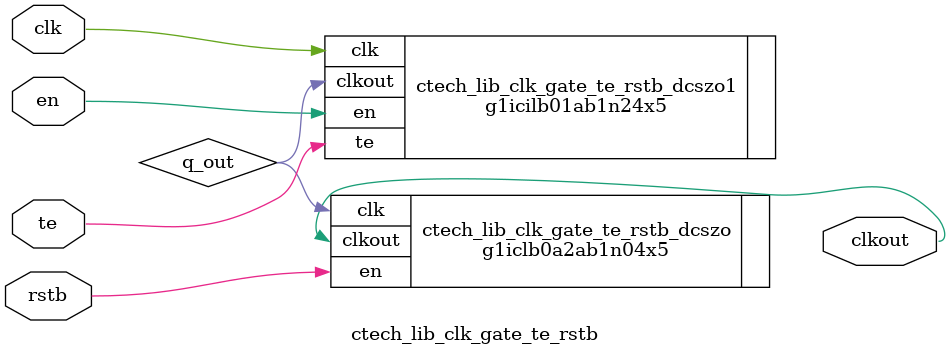
<source format=sv>

module ctech_lib_clk_gate_te_rstb (
   input logic en,     // Enable input logic signal
   input logic te,     // Test mode latch open. Port map to: Tlatch_open
   input logic rstb,   // Test mode latch close. Port map to: Tlatch_closedB
   input logic clk,     // Clock input
   output logic clkout  // Clock-gated enable output
   
);

   
   logic   q_out;

        g1icilb01ab1n24x5 ctech_lib_clk_gate_te_rstb_dcszo1 (.clkout(q_out), .clk(clk), .en(en), .te(te));
	g1iclb0a2ab1n04x5 ctech_lib_clk_gate_te_rstb_dcszo (.clkout(clkout), .clk(q_out), .en(rstb));

endmodule

</source>
